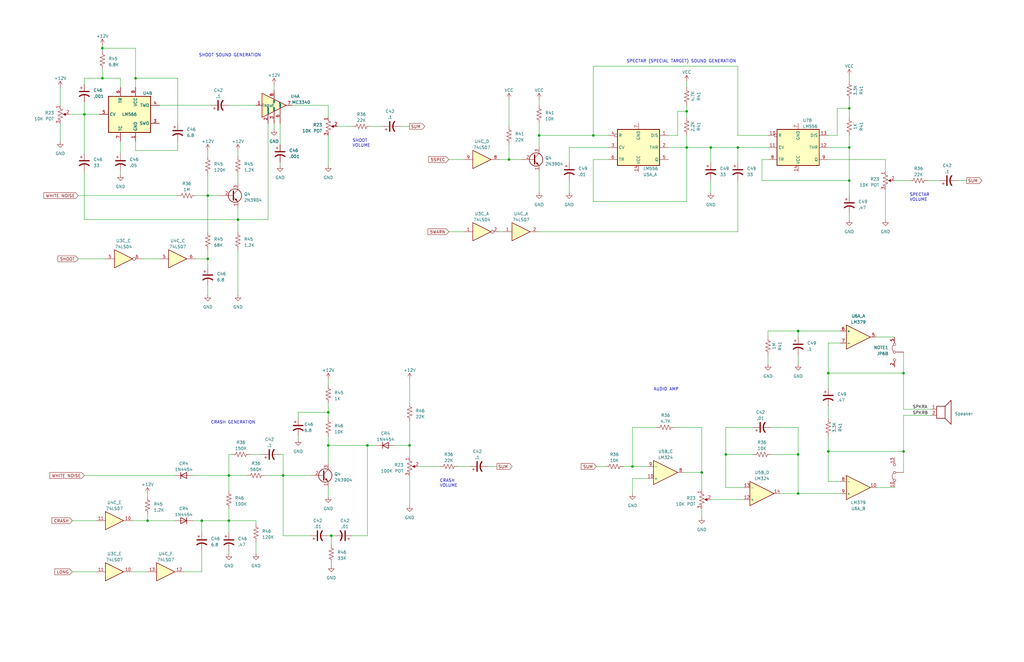
<source format=kicad_sch>
(kicad_sch (version 20230121) (generator eeschema)
  (paper "B")
  (title_block (title "Exidy Universal Game Board II") (company "Anton Gale") (comment 1 "AUDIO PCB") (comment 4 "SOUND EFFECT GENERATION"))
  (junction (at 57.15 33.02))
  (junction (at 349.25 190.5))
  (junction (at 289.56 62.23))
  (junction (at 266.7 196.85))
  (junction (at 349.25 157.48))
  (junction (at 43.18 20.32))
  (junction (at 250.19 57.15))
  (junction (at 336.55 191.77))
  (junction (at 35.56 48.26))
  (junction (at 62.23 219.71))
  (junction (at 311.15 62.23))
  (junction (at 336.55 139.7))
  (junction (at 299.72 62.23))
  (junction (at 119.38 200.66))
  (junction (at 96.52 219.71))
  (junction (at 43.18 33.02))
  (junction (at 227.33 57.15))
  (junction (at 381 157.48))
  (junction (at 96.52 200.66))
  (junction (at 87.63 109.22))
  (junction (at 100.33 92.71))
  (junction (at 214.63 67.31))
  (junction (at 138.43 187.96))
  (junction (at 85.09 219.71))
  (junction (at 358.14 45.72))
  (junction (at 138.43 173.99))
  (junction (at 336.55 208.28))
  (junction (at 172.72 187.96))
  (junction (at 295.91 199.39))
  (junction (at 87.63 82.55))
  (junction (at 358.14 76.2))
  (junction (at 306.07 191.77))
  (junction (at 358.14 62.23))
  (junction (at 154.94 187.96))
  (junction (at 289.56 46.99))
  (junction (at 381 190.5))
  (junction (at 139.7 226.06))
  (wire (pts (xy 25.4 36.83) (xy 25.4 44.45)))
  (wire (pts (xy 96.52 200.66) (xy 104.14 200.66)))
  (wire (pts (xy 96.52 232.41) (xy 96.52 233.68)))
  (wire (pts (xy 57.15 20.32) (xy 43.18 20.32)))
  (wire (pts (xy 358.14 34.29) (xy 358.14 31.75)))
  (wire (pts (xy 74.93 59.69) (xy 74.93 63.5)))
  (wire (pts (xy 35.56 33.02) (xy 35.56 35.56)))
  (wire (pts (xy 189.23 97.79) (xy 195.58 97.79)))
  (wire (pts (xy 59.69 109.22) (xy 67.31 109.22)))
  (wire (pts (xy 369.57 205.74) (xy 377.19 205.74)))
  (wire (pts (xy 288.29 199.39) (xy 295.91 199.39)))
  (wire (pts (xy 284.48 180.34) (xy 295.91 180.34)))
  (wire (pts (xy 107.95 220.98) (xy 107.95 219.71)))
  (wire (pts (xy 43.18 29.21) (xy 43.18 33.02)))
  (wire (pts (xy 82.55 82.55) (xy 87.63 82.55)))
  (wire (pts (xy 323.85 57.15) (xy 311.15 57.15)))
  (wire (pts (xy 30.48 219.71) (xy 40.64 219.71)))
  (wire (pts (xy 87.63 105.41) (xy 87.63 109.22)))
  (wire (pts (xy 57.15 33.02) (xy 57.15 20.32)))
  (wire (pts (xy 250.19 57.15) (xy 256.54 57.15)))
  (wire (pts (xy 227.33 57.15) (xy 227.33 62.23)))
  (wire (pts (xy 82.55 109.22) (xy 87.63 109.22)))
  (wire (pts (xy 138.43 184.15) (xy 138.43 187.96)))
  (wire (pts (xy 381 190.5) (xy 349.25 190.5)))
  (wire (pts (xy 30.48 241.3) (xy 40.64 241.3)))
  (wire (pts (xy 100.33 73.66) (xy 100.33 77.47)))
  (wire (pts (xy 43.18 20.32) (xy 43.18 21.59)))
  (wire (pts (xy 276.86 180.34) (xy 266.7 180.34)))
  (wire (pts (xy 325.12 191.77) (xy 336.55 191.77)))
  (wire (pts (xy 100.33 92.71) (xy 113.03 92.71)))
  (wire (pts (xy 138.43 44.45) (xy 138.43 49.53)))
  (wire (pts (xy 57.15 59.69) (xy 57.15 63.5)))
  (wire (pts (xy 381 148.59) (xy 381 157.48)))
  (wire (pts (xy 349.25 190.5) (xy 349.25 203.2)))
  (wire (pts (xy 210.82 67.31) (xy 214.63 67.31)))
  (wire (pts (xy 349.25 67.31) (xy 373.38 67.31)))
  (wire (pts (xy 214.63 60.96) (xy 214.63 67.31)))
  (wire (pts (xy 240.03 76.2) (xy 240.03 81.28)))
  (wire (pts (xy 349.25 144.78) (xy 349.25 157.48)))
  (wire (pts (xy 67.31 44.45) (xy 88.9 44.45)))
  (wire (pts (xy 353.06 57.15) (xy 353.06 45.72)))
  (wire (pts (xy 381 190.5) (xy 381 199.39)))
  (wire (pts (xy 74.93 33.02) (xy 57.15 33.02)))
  (wire (pts (xy 29.21 48.26) (xy 35.56 48.26)))
  (wire (pts (xy 227.33 41.91) (xy 227.33 44.45)))
  (wire (pts (xy 240.03 62.23) (xy 256.54 62.23)))
  (wire (pts (xy 358.14 41.91) (xy 358.14 45.72)))
  (wire (pts (xy 306.07 205.74) (xy 313.69 205.74)))
  (wire (pts (xy 74.93 52.07) (xy 74.93 33.02)))
  (wire (pts (xy 299.72 62.23) (xy 299.72 68.58)))
  (wire (pts (xy 57.15 63.5) (xy 74.93 63.5)))
  (wire (pts (xy 50.8 36.83) (xy 50.8 33.02)))
  (wire (pts (xy 311.15 62.23) (xy 311.15 68.58)))
  (wire (pts (xy 306.07 180.34) (xy 306.07 191.77)))
  (wire (pts (xy 266.7 201.93) (xy 266.7 208.28)))
  (wire (pts (xy 214.63 41.91) (xy 214.63 53.34)))
  (wire (pts (xy 251.46 196.85) (xy 255.27 196.85)))
  (wire (pts (xy 289.56 36.83) (xy 289.56 34.29)))
  (wire (pts (xy 358.14 90.17) (xy 358.14 92.71)))
  (wire (pts (xy 154.94 187.96) (xy 154.94 226.06)))
  (wire (pts (xy 256.54 67.31) (xy 250.19 67.31)))
  (wire (pts (xy 96.52 191.77) (xy 96.52 200.66)))
  (wire (pts (xy 349.25 57.15) (xy 353.06 57.15)))
  (wire (pts (xy 35.56 200.66) (xy 73.66 200.66)))
  (wire (pts (xy 87.63 120.65) (xy 87.63 124.46)))
  (wire (pts (xy 266.7 196.85) (xy 266.7 180.34)))
  (wire (pts (xy 311.15 62.23) (xy 323.85 62.23)))
  (wire (pts (xy 138.43 173.99) (xy 138.43 176.53)))
  (wire (pts (xy 142.24 53.34) (xy 148.59 53.34)))
  (wire (pts (xy 87.63 63.5) (xy 87.63 66.04)))
  (wire (pts (xy 166.37 187.96) (xy 172.72 187.96)))
  (wire (pts (xy 123.19 44.45) (xy 138.43 44.45)))
  (wire (pts (xy 107.95 228.6) (xy 107.95 233.68)))
  (wire (pts (xy 113.03 52.07) (xy 113.03 92.71)))
  (wire (pts (xy 323.85 139.7) (xy 323.85 142.24)))
  (wire (pts (xy 306.07 191.77) (xy 306.07 205.74)))
  (wire (pts (xy 111.76 200.66) (xy 119.38 200.66)))
  (wire (pts (xy 81.28 200.66) (xy 96.52 200.66)))
  (wire (pts (xy 172.72 200.66) (xy 172.72 213.36)))
  (wire (pts (xy 299.72 210.82) (xy 313.69 210.82)))
  (wire (pts (xy 381 172.72) (xy 381 157.48)))
  (wire (pts (xy 328.93 208.28) (xy 336.55 208.28)))
  (wire (pts (xy 266.7 201.93) (xy 273.05 201.93)))
  (wire (pts (xy 156.21 53.34) (xy 161.29 53.34)))
  (wire (pts (xy 281.94 57.15) (xy 285.75 57.15)))
  (wire (pts (xy 323.85 149.86) (xy 323.85 153.67)))
  (wire (pts (xy 100.33 105.41) (xy 100.33 124.46)))
  (wire (pts (xy 100.33 92.71) (xy 100.33 97.79)))
  (wire (pts (xy 100.33 63.5) (xy 100.33 66.04)))
  (wire (pts (xy 96.52 44.45) (xy 107.95 44.45)))
  (wire (pts (xy 115.57 35.56) (xy 115.57 38.1)))
  (wire (pts (xy 96.52 200.66) (xy 96.52 207.01)))
  (wire (pts (xy 115.57 52.07) (xy 115.57 54.61)))
  (wire (pts (xy 317.5 180.34) (xy 306.07 180.34)))
  (wire (pts (xy 311.15 57.15) (xy 311.15 27.94)))
  (wire (pts (xy 139.7 226.06) (xy 139.7 229.87)))
  (wire (pts (xy 381 172.72) (xy 392.43 172.72)))
  (wire (pts (xy 62.23 217.17) (xy 62.23 219.71)))
  (wire (pts (xy 210.82 97.79) (xy 212.09 97.79)))
  (wire (pts (xy 349.25 184.15) (xy 349.25 190.5)))
  (wire (pts (xy 85.09 232.41) (xy 85.09 241.3)))
  (wire (pts (xy 381 175.26) (xy 392.43 175.26)))
  (wire (pts (xy 33.02 82.55) (xy 74.93 82.55)))
  (wire (pts (xy 240.03 62.23) (xy 240.03 68.58)))
  (wire (pts (xy 358.14 45.72) (xy 358.14 49.53)))
  (wire (pts (xy 139.7 237.49) (xy 139.7 238.76)))
  (wire (pts (xy 50.8 72.39) (xy 50.8 73.66)))
  (wire (pts (xy 35.56 48.26) (xy 41.91 48.26)))
  (wire (pts (xy 25.4 52.07) (xy 25.4 59.69)))
  (wire (pts (xy 118.11 52.07) (xy 118.11 60.96)))
  (wire (pts (xy 77.47 241.3) (xy 85.09 241.3)))
  (wire (pts (xy 125.73 173.99) (xy 125.73 176.53)))
  (wire (pts (xy 81.28 219.71) (xy 85.09 219.71)))
  (wire (pts (xy 35.56 43.18) (xy 35.56 48.26)))
  (wire (pts (xy 125.73 173.99) (xy 138.43 173.99)))
  (wire (pts (xy 138.43 187.96) (xy 138.43 195.58)))
  (wire (pts (xy 87.63 109.22) (xy 87.63 113.03)))
  (wire (pts (xy 358.14 62.23) (xy 358.14 76.2)))
  (wire (pts (xy 193.04 196.85) (xy 198.12 196.85)))
  (wire (pts (xy 119.38 191.77) (xy 118.11 191.77)))
  (wire (pts (xy 295.91 207.01) (xy 295.91 199.39)))
  (wire (pts (xy 311.15 27.94) (xy 250.19 27.94)))
  (wire (pts (xy 138.43 160.02) (xy 138.43 162.56)))
  (wire (pts (xy 289.56 57.15) (xy 289.56 62.23)))
  (wire (pts (xy 140.97 226.06) (xy 139.7 226.06)))
  (wire (pts (xy 373.38 67.31) (xy 373.38 72.39)))
  (wire (pts (xy 119.38 200.66) (xy 119.38 226.06)))
  (wire (pts (xy 96.52 191.77) (xy 97.79 191.77)))
  (wire (pts (xy 336.55 180.34) (xy 336.55 191.77)))
  (wire (pts (xy 369.57 142.24) (xy 377.19 142.24)))
  (wire (pts (xy 138.43 205.74) (xy 138.43 209.55)))
  (wire (pts (xy 349.25 62.23) (xy 358.14 62.23)))
  (wire (pts (xy 250.19 67.31) (xy 250.19 85.09)))
  (wire (pts (xy 262.89 196.85) (xy 266.7 196.85)))
  (wire (pts (xy 321.31 76.2) (xy 358.14 76.2)))
  (wire (pts (xy 349.25 203.2) (xy 354.33 203.2)))
  (wire (pts (xy 43.18 19.05) (xy 43.18 20.32)))
  (wire (pts (xy 317.5 191.77) (xy 306.07 191.77)))
  (wire (pts (xy 336.55 208.28) (xy 354.33 208.28)))
  (wire (pts (xy 403.86 76.2) (xy 407.67 76.2)))
  (wire (pts (xy 33.02 109.22) (xy 44.45 109.22)))
  (wire (pts (xy 87.63 82.55) (xy 87.63 97.79)))
  (wire (pts (xy 50.8 33.02) (xy 43.18 33.02)))
  (wire (pts (xy 358.14 57.15) (xy 358.14 62.23)))
  (wire (pts (xy 349.25 144.78) (xy 354.33 144.78)))
  (wire (pts (xy 289.56 44.45) (xy 289.56 46.99)))
  (wire (pts (xy 349.25 157.48) (xy 349.25 163.83)))
  (wire (pts (xy 349.25 157.48) (xy 381 157.48)))
  (wire (pts (xy 323.85 67.31) (xy 321.31 67.31)))
  (wire (pts (xy 87.63 82.55) (xy 92.71 82.55)))
  (wire (pts (xy 358.14 76.2) (xy 358.14 82.55)))
  (wire (pts (xy 138.43 170.18) (xy 138.43 173.99)))
  (wire (pts (xy 295.91 214.63) (xy 295.91 218.44)))
  (wire (pts (xy 62.23 208.28) (xy 62.23 209.55)))
  (wire (pts (xy 250.19 85.09) (xy 289.56 85.09)))
  (wire (pts (xy 189.23 67.31) (xy 195.58 67.31)))
  (wire (pts (xy 176.53 196.85) (xy 185.42 196.85)))
  (wire (pts (xy 168.91 53.34) (xy 172.72 53.34)))
  (wire (pts (xy 336.55 139.7) (xy 336.55 142.24)))
  (wire (pts (xy 55.88 241.3) (xy 62.23 241.3)))
  (wire (pts (xy 205.74 196.85) (xy 209.55 196.85)))
  (wire (pts (xy 295.91 180.34) (xy 295.91 199.39)))
  (wire (pts (xy 289.56 62.23) (xy 299.72 62.23)))
  (wire (pts (xy 62.23 219.71) (xy 73.66 219.71)))
  (wire (pts (xy 172.72 177.8) (xy 172.72 187.96)))
  (wire (pts (xy 119.38 191.77) (xy 119.38 200.66)))
  (wire (pts (xy 381 175.26) (xy 381 190.5)))
  (wire (pts (xy 289.56 62.23) (xy 289.56 85.09)))
  (wire (pts (xy 96.52 214.63) (xy 96.52 219.71)))
  (wire (pts (xy 125.73 184.15) (xy 125.73 185.42)))
  (wire (pts (xy 85.09 219.71) (xy 96.52 219.71)))
  (wire (pts (xy 281.94 62.23) (xy 289.56 62.23)))
  (wire (pts (xy 139.7 226.06) (xy 138.43 226.06)))
  (wire (pts (xy 107.95 219.71) (xy 96.52 219.71)))
  (wire (pts (xy 391.16 76.2) (xy 396.24 76.2)))
  (wire (pts (xy 299.72 62.23) (xy 311.15 62.23)))
  (wire (pts (xy 138.43 187.96) (xy 154.94 187.96)))
  (wire (pts (xy 50.8 59.69) (xy 50.8 64.77)))
  (wire (pts (xy 154.94 226.06) (xy 148.59 226.06)))
  (wire (pts (xy 227.33 57.15) (xy 250.19 57.15)))
  (wire (pts (xy 35.56 92.71) (xy 100.33 92.71)))
  (wire (pts (xy 118.11 68.58) (xy 118.11 69.85)))
  (wire (pts (xy 273.05 196.85) (xy 266.7 196.85)))
  (wire (pts (xy 119.38 226.06) (xy 130.81 226.06)))
  (wire (pts (xy 138.43 57.15) (xy 138.43 69.85)))
  (wire (pts (xy 85.09 219.71) (xy 85.09 224.79)))
  (wire (pts (xy 353.06 45.72) (xy 358.14 45.72)))
  (wire (pts (xy 285.75 57.15) (xy 285.75 46.99)))
  (wire (pts (xy 321.31 67.31) (xy 321.31 76.2)))
  (wire (pts (xy 311.15 97.79) (xy 311.15 76.2)))
  (wire (pts (xy 35.56 92.71) (xy 35.56 72.39)))
  (wire (pts (xy 373.38 80.01) (xy 373.38 92.71)))
  (wire (pts (xy 35.56 48.26) (xy 35.56 64.77)))
  (wire (pts (xy 119.38 200.66) (xy 130.81 200.66)))
  (wire (pts (xy 299.72 76.2) (xy 299.72 81.28)))
  (wire (pts (xy 100.33 87.63) (xy 100.33 92.71)))
  (wire (pts (xy 227.33 72.39) (xy 227.33 81.28)))
  (wire (pts (xy 105.41 191.77) (xy 110.49 191.77)))
  (wire (pts (xy 227.33 52.07) (xy 227.33 57.15)))
  (wire (pts (xy 336.55 139.7) (xy 354.33 139.7)))
  (wire (pts (xy 154.94 187.96) (xy 158.75 187.96)))
  (wire (pts (xy 96.52 219.71) (xy 96.52 224.79)))
  (wire (pts (xy 214.63 67.31) (xy 219.71 67.31)))
  (wire (pts (xy 323.85 139.7) (xy 336.55 139.7)))
  (wire (pts (xy 57.15 33.02) (xy 57.15 36.83)))
  (wire (pts (xy 285.75 46.99) (xy 289.56 46.99)))
  (wire (pts (xy 289.56 46.99) (xy 289.56 49.53)))
  (wire (pts (xy 349.25 171.45) (xy 349.25 176.53)))
  (wire (pts (xy 172.72 160.02) (xy 172.72 170.18)))
  (wire (pts (xy 336.55 191.77) (xy 336.55 208.28)))
  (wire (pts (xy 325.12 180.34) (xy 336.55 180.34)))
  (wire (pts (xy 227.33 97.79) (xy 311.15 97.79)))
  (wire (pts (xy 336.55 149.86) (xy 336.55 153.67)))
  (wire (pts (xy 250.19 27.94) (xy 250.19 57.15)))
  (wire (pts (xy 377.19 76.2) (xy 383.54 76.2)))
  (wire (pts (xy 87.63 73.66) (xy 87.63 82.55)))
  (wire (pts (xy 55.88 219.71) (xy 62.23 219.71)))
  (wire (pts (xy 43.18 33.02) (xy 35.56 33.02)))
  (wire (pts (xy 172.72 187.96) (xy 172.72 193.04)))
  (text "SHOOT SOUND GENERATION" (at 83.82 24.13 0) (effects (font (size 1.27 1.27)) (justify left bottom)))
  (text "SPECTAR (SPECIAL TARGET) SOUND GENERATION" (at 264.16 26.67 0) (effects (font (size 1.27 1.27)) (justify left bottom)))
  (text "CRASH\nVOLUME" (at 185.42 205.74 0) (effects (font (size 1.27 1.27)) (justify left bottom)))
  (text "SHOOT\nVOLUME" (at 148.59 62.23 0) (effects (font (size 1.27 1.27)) (justify left bottom)))
  (text "CRASH GENERATION" (at 88.9 179.07 0) (effects (font (size 1.27 1.27)) (justify left bottom)))
  (text "SPECTAR\nVOLUME" (at 383.54 85.09 0) (effects (font (size 1.27 1.27)) (justify left bottom)))
  (text "AUDIO AMP" (at 275.59 165.1 0) (effects (font (size 1.27 1.27)) (justify left bottom)))
  (label "SPKRA" (at 384.81 172.72 0))
  (label "SPKRB" (at 384.81 175.26 0))
  (global_label "CRASH" (shape input) (at 30.48 219.71 180) (property "Intersheetrefs" "${INTERSHEET_REFS}" (effects hide)))
  (global_label "5SPEC" (shape input) (at 189.23 67.31 180) (property "Intersheetrefs" "${INTERSHEET_REFS}" (effects hide)))
  (global_label "SUM" (shape output) (at 209.55 196.85 0) (property "Intersheetrefs" "${INTERSHEET_REFS}" (effects hide)))
  (global_label "5WARN" (shape input) (at 189.23 97.79 180) (property "Intersheetrefs" "${INTERSHEET_REFS}" (effects hide)))
  (global_label "SUM" (shape output) (at 172.72 53.34 0) (property "Intersheetrefs" "${INTERSHEET_REFS}" (effects hide)))
  (global_label "SUM" (shape input) (at 251.46 196.85 180) (property "Intersheetrefs" "${INTERSHEET_REFS}" (effects hide)))
  (global_label "WHITE NOISE" (shape input) (at 33.02 82.55 180) (property "Intersheetrefs" "${INTERSHEET_REFS}" (effects hide)))
  (global_label "SHOOT" (shape input) (at 33.02 109.22 180) (property "Intersheetrefs" "${INTERSHEET_REFS}" (effects hide)))
  (global_label "SUM" (shape output) (at 407.67 76.2 0) (property "Intersheetrefs" "${INTERSHEET_REFS}" (effects hide)))
  (global_label "LONG" (shape input) (at 30.48 241.3 180) (property "Intersheetrefs" "${INTERSHEET_REFS}" (effects hide)))
  (global_label "WHITE NOISE" (shape input) (at 35.56 200.66 180) (property "Intersheetrefs" "${INTERSHEET_REFS}" (effects hide)))
  (symbol (lib_id "power:GND") (at 25.4 59.69 0) (unit 1)
    (property "Reference" "#PWR032" (effects hide))
    (property "Value" "GND" (at 25.4 64.77 0))
    (instances (project "exidy2" (path "" (reference "#PWR032") (unit 1)) (path "" (reference "#PWR089") (unit 1)) (path "" (reference "#PWR0130") (unit 1))))
  )
  (symbol (lib_id "Amplifier_Operational:LM324") (at 280.67 199.39 0) (mirror x) (unit 3)
    (property "Reference" "U5B_" (at 280.67 190.5 0))
    (property "Value" "LM324" (at 280.67 193.04 0))
    (property "Datasheet" "http://www.ti.com/lit/ds/symlink/lm2902-n.pdf" (effects hide))
  )
  (symbol (lib_id "power:+12V") (at 115.57 35.56 0) (unit 1)
    (property "Reference" "#PWR094" (effects hide))
    (property "Value" "+12V" (at 115.57 31.75 0))
    (instances (project "exidy2" (path "" (reference "#PWR094") (unit 1)) (path "" (reference "#PWR0121") (unit 1))))
  )
  (symbol (lib_id "Device:C_Polarized_US") (at 35.56 68.58 0) (unit 1)
    (property "Reference" "C46" (at 39.37 67.31 0) (effects (justify left)))
    (property "Value" "33" (at 39.37 69.85 0) (effects (justify left)))
    (instances (project "exidy2" (path "" (reference "C46") (unit 1)) (path "" (reference "C29") (unit 1))))
  )
  (symbol (lib_id "Device:R_US") (at 100.33 69.85 180) (unit 1)
    (property "Reference" "R45" (at 102.87 69.215 0) (effects (justify right)))
    (property "Value" "1.2K" (at 102.87 71.755 0) (effects (justify right)))
    (instances (project "exidy2" (path "" (reference "R45") (unit 1)) (path "" (reference "R5") (unit 1))))
  )
  (symbol (lib_id "Device:R_US") (at 214.63 57.15 180) (unit 1)
    (property "Reference" "R41" (at 217.17 56.515 0) (effects (justify right)))
    (property "Value" "22K" (at 217.17 59.055 0) (effects (justify right)))
    (instances (project "exidy2" (path "" (reference "R41") (unit 1)) (path "" (reference "R20") (unit 1))))
  )
  (symbol (lib_id "Device:C_Polarized_US") (at 201.93 196.85 90) (unit 1)
    (property "Reference" "C42" (at 201.295 190.5 90))
    (property "Value" ".1" (at 201.295 193.04 90))
    (instances (project "exidy2" (path "" (reference "C42") (unit 1)) (path "" (reference "C31") (unit 1))))
  )
  (symbol (lib_id "Device:R_US") (at 280.67 180.34 90) (unit 1)
    (property "Reference" "R36" (at 280.67 175.26 90))
    (property "Value" "4.7K" (at 280.67 177.8 90))
    (instances (project "exidy2" (path "" (reference "R36") (unit 1)) (path "" (reference "R21") (unit 1))))
  )
  (symbol (lib_id "power:GND") (at 138.43 69.85 0) (unit 1)
    (property "Reference" "#PWR032" (effects hide))
    (property "Value" "GND" (at 138.43 74.93 0))
    (instances (project "exidy2" (path "" (reference "#PWR032") (unit 1)) (path "" (reference "#PWR089") (unit 1)) (path "" (reference "#PWR0120") (unit 1))))
  )
  (symbol (lib_id "Device:R_Potentiometer_US") (at 172.72 196.85 0) (unit 1)
    (property "Reference" "R23" (at 170.18 196.215 0) (effects (justify right)))
    (property "Value" "100K POT" (at 170.18 198.755 0) (effects (justify right)))
    (instances (project "exidy2" (path "" (reference "R23") (unit 1)) (path "" (reference "R35") (unit 1))))
  )
  (symbol (lib_id "power:GND") (at 299.72 81.28 0) (unit 1)
    (property "Reference" "#PWR032" (effects hide))
    (property "Value" "GND" (at 299.72 86.36 0))
    (instances (project "exidy2" (path "" (reference "#PWR032") (unit 1)) (path "" (reference "#PWR092") (unit 1)) (path "" (reference "#PWR0102") (unit 1))))
  )
  (symbol (lib_id "power:GND") (at 373.38 92.71 0) (unit 1)
    (property "Reference" "#PWR032" (effects hide))
    (property "Value" "GND" (at 373.38 97.79 0))
    (instances (project "exidy2" (path "" (reference "#PWR032") (unit 1)) (path "" (reference "#PWR089") (unit 1)) (path "" (reference "#PWR0106") (unit 1))))
  )
  (symbol (lib_id "Device:C_Polarized_US") (at 118.11 64.77 0) (unit 1)
    (property "Reference" "C46" (at 121.92 63.5 0) (effects (justify left)))
    (property "Value" ".001" (at 121.92 66.04 0) (effects (justify left)))
    (instances (project "exidy2" (path "" (reference "C46") (unit 1)) (path "" (reference "C11") (unit 1))))
  )
  (symbol (lib_id "Device:R_US") (at 62.23 213.36 180) (unit 1)
    (property "Reference" "R45" (at 64.77 212.725 0) (effects (justify right)))
    (property "Value" "1.2K" (at 64.77 215.265 0) (effects (justify right)))
    (instances (project "exidy2" (path "" (reference "R45") (unit 1)) (path "" (reference "R25") (unit 1))))
  )
  (symbol (lib_id "Device:C_Polarized_US") (at 358.14 86.36 0) (unit 1)
    (property "Reference" "C49" (at 361.95 85.09 0) (effects (justify left)))
    (property "Value" ".47" (at 361.95 87.63 0) (effects (justify left)))
    (instances (project "exidy2" (path "" (reference "C49") (unit 1)) (path "" (reference "C15") (unit 1))))
  )
  (symbol (lib_id "Device:R_US") (at 43.18 25.4 180) (unit 1)
    (property "Reference" "R45" (at 45.72 24.765 0) (effects (justify right)))
    (property "Value" "6.8K" (at 45.72 27.305 0) (effects (justify right)))
    (instances (project "exidy2" (path "" (reference "R45") (unit 1)) (path "" (reference "R11") (unit 1))))
  )
  (symbol (lib_id "Diode:1N4448") (at 162.56 187.96 0) (unit 1)
    (property "Reference" "CR4" (at 162.56 182.88 0))
    (property "Value" "1N4454" (at 162.56 185.42 0))
    (property "Footprint" "Diode_THT:D_DO-35_SOD27_P7.62mm_Horizontal" (effects hide))
    (property "Datasheet" "https://assets.nexperia.com/documents/data-sheet/1N4148_1N4448.pdf" (effects hide))
    (property "Sim.Device" "D" (effects hide))
    (property "Sim.Pins" "1=K 2=A" (effects hide))
    (instances (project "exidy2" (path "" (reference "CR4") (unit 1)) (path "" (reference "CR3") (unit 1))))
  )
  (symbol (lib_id "power:GND") (at 139.7 238.76 0) (unit 1)
    (property "Reference" "#PWR032" (effects hide))
    (property "Value" "GND" (at 139.7 243.84 0))
    (instances (project "exidy2" (path "" (reference "#PWR032") (unit 1)) (path "" (reference "#PWR095") (unit 1)) (path "" (reference "#PWR0114") (unit 1))))
  )
  (symbol (lib_id "Device:R_US") (at 87.63 101.6 180) (unit 1)
    (property "Reference" "R45" (at 90.17 100.965 0) (effects (justify right)))
    (property "Value" "68K" (at 90.17 103.505 0) (effects (justify right)))
    (instances (project "exidy2" (path "" (reference "R45") (unit 1)) (path "" (reference "R3") (unit 1))))
  )
  (symbol (lib_id "power:GND") (at 240.03 81.28 0) (unit 1)
    (property "Reference" "#PWR032" (effects hide))
    (property "Value" "GND" (at 240.03 86.36 0))
    (instances (project "exidy2" (path "" (reference "#PWR032") (unit 1)) (path "" (reference "#PWR092") (unit 1)) (path "" (reference "#PWR0100") (unit 1))))
  )
  (symbol (lib_id "Device:R_US") (at 349.25 180.34 180) (unit 1)
    (property "Reference" "R41" (at 354.33 180.34 90))
    (property "Value" "3.3K" (at 351.79 180.34 90))
    (instances (project "exidy2" (path "" (reference "R41") (unit 1)) (path "" (reference "R18") (unit 1))))
  )
  (symbol (lib_id "power:VCC") (at 227.33 41.91 0) (unit 1)
    (property "Reference" "#PWR05" (effects hide))
    (property "Value" "VCC" (at 227.33 38.1 0))
    (instances (project "exidy2" (path "" (reference "#PWR05") (unit 1)) (path "" (reference "#PWR072") (unit 1)) (path "" (reference "#PWR099") (unit 1))))
  )
  (symbol (lib_id "74xx:74LS07") (at 203.2 67.31 0) (unit 4)
    (property "Reference" "U4C_" (at 203.2 59.69 0))
    (property "Value" "74LS07" (at 203.2 62.23 0))
    (property "Datasheet" "www.ti.com/lit/ds/symlink/sn74ls07.pdf" (effects hide))
  )
  (symbol (lib_id "Device:C_Polarized_US") (at 336.55 146.05 0) (unit 1)
    (property "Reference" "C49" (at 340.36 144.78 0) (effects (justify left)))
    (property "Value" ".1" (at 340.36 147.32 0) (effects (justify left)))
    (instances (project "exidy2" (path "" (reference "C49") (unit 1)) (path "" (reference "C9") (unit 1))))
  )
  (symbol (lib_id "Device:R_US") (at 172.72 173.99 180) (unit 1)
    (property "Reference" "R46" (at 175.26 173.355 0) (effects (justify right)))
    (property "Value" "22K" (at 175.26 175.895 0) (effects (justify right)))
    (instances (project "exidy2" (path "" (reference "R46") (unit 1)) (path "" (reference "R32") (unit 1))))
  )
  (symbol (lib_id "power:GND") (at 266.7 208.28 0) (unit 1)
    (property "Reference" "#PWR032" (effects hide))
    (property "Value" "GND" (at 266.7 213.36 0))
    (instances (project "exidy2" (path "" (reference "#PWR032") (unit 1)) (path "" (reference "#PWR092") (unit 1)) (path "" (reference "#PWR0112") (unit 1))))
  )
  (symbol (lib_id "Device:R_US") (at 323.85 146.05 180) (unit 1)
    (property "Reference" "R41" (at 328.93 146.05 90))
    (property "Value" "1M" (at 326.39 146.05 90))
    (instances (project "exidy2" (path "" (reference "R41") (unit 1)) (path "" (reference "R9") (unit 1))))
  )
  (symbol (lib_id "power:GND") (at 96.52 233.68 0) (unit 1)
    (property "Reference" "#PWR032" (effects hide))
    (property "Value" "GND" (at 96.52 238.76 0))
    (instances (project "exidy2" (path "" (reference "#PWR032") (unit 1)) (path "" (reference "#PWR095") (unit 1)) (path "" (reference "#PWR0118") (unit 1))))
  )
  (symbol (lib_id "power:+12V") (at 100.33 63.5 0) (unit 1)
    (property "Reference" "#PWR094" (effects hide))
    (property "Value" "+12V" (at 100.33 59.69 0))
    (instances (project "exidy2" (path "" (reference "#PWR094") (unit 1)) (path "" (reference "#PWR0124") (unit 1))))
  )
  (symbol (lib_id "power:GND") (at 50.8 73.66 0) (unit 1)
    (property "Reference" "#PWR032" (effects hide))
    (property "Value" "GND" (at 50.8 78.74 0))
    (instances (project "exidy2" (path "" (reference "#PWR032") (unit 1)) (path "" (reference "#PWR095") (unit 1)) (path "" (reference "#PWR0129") (unit 1))))
  )
  (symbol (lib_id "power:GND") (at 358.14 92.71 0) (unit 1)
    (property "Reference" "#PWR032" (effects hide))
    (property "Value" "GND" (at 358.14 97.79 0))
    (instances (project "exidy2" (path "" (reference "#PWR032") (unit 1)) (path "" (reference "#PWR092") (unit 1)) (path "" (reference "#PWR0105") (unit 1))))
  )
  (symbol (lib_id "Device:R_US") (at 107.95 200.66 90) (unit 1)
    (property "Reference" "R36" (at 107.95 195.58 90))
    (property "Value" "560K" (at 107.95 198.12 90))
    (instances (project "exidy2" (path "" (reference "R36") (unit 1)) (path "" (reference "R27") (unit 1))))
  )
  (symbol (lib_id "Device:R_US") (at 138.43 166.37 180) (unit 1)
    (property "Reference" "R45" (at 140.97 165.735 0) (effects (justify right)))
    (property "Value" "1K" (at 140.97 168.275 0) (effects (justify right)))
    (instances (project "exidy2" (path "" (reference "R45") (unit 1)) (path "" (reference "R33") (unit 1))))
  )
  (symbol (lib_id "74xx:74LS07") (at 69.85 241.3 0) (unit 6)
    (property "Reference" "U4C_" (at 69.85 233.68 0))
    (property "Value" "74LS07" (at 69.85 236.22 0))
    (property "Datasheet" "www.ti.com/lit/ds/symlink/sn74ls07.pdf" (effects hide))
  )
  (symbol (lib_name "LM379_1") (lib_id "arcade:LM379") (at 361.95 205.74 0) (mirror x) (unit 2)
    (property "Reference" "U6A_" (at 361.95 214.63 0))
    (property "Value" "LM379" (at 361.95 212.09 0))
    (property "Datasheet" "https://datasheetspdf.com/pdf-file/535676/National/LM379/1" (effects hide))
  )
  (symbol (lib_id "power:GND") (at 118.11 69.85 0) (unit 1)
    (property "Reference" "#PWR032" (effects hide))
    (property "Value" "GND" (at 118.11 74.93 0))
    (instances (project "exidy2" (path "" (reference "#PWR032") (unit 1)) (path "" (reference "#PWR095") (unit 1)) (path "" (reference "#PWR0123") (unit 1))))
  )
  (symbol (lib_id "power:+12V") (at 62.23 208.28 0) (unit 1)
    (property "Reference" "#PWR094" (effects hide))
    (property "Value" "+12V" (at 62.23 204.47 0))
    (instances (project "exidy2" (path "" (reference "#PWR094") (unit 1)) (path "" (reference "#PWR0119") (unit 1))))
  )
  (symbol (lib_id "arcade:LM379") (at 361.95 142.24 0) (unit 1)
    (property "Reference" "U6A_" (at 361.95 133.35 0))
    (property "Value" "LM379" (at 361.95 135.89 0))
    (property "Datasheet" "https://datasheetspdf.com/pdf-file/535676/National/LM379/1" (effects hide))
  )
  (symbol (lib_id "power:GND") (at 295.91 218.44 0) (unit 1)
    (property "Reference" "#PWR032" (effects hide))
    (property "Value" "GND" (at 295.91 223.52 0))
    (instances (project "exidy2" (path "" (reference "#PWR032") (unit 1)) (path "" (reference "#PWR092") (unit 1)) (path "" (reference "#PWR0111") (unit 1))))
  )
  (symbol (lib_id "Device:C_Polarized_US") (at 400.05 76.2 90) (unit 1)
    (property "Reference" "C42" (at 399.415 69.85 90))
    (property "Value" ".1" (at 399.415 72.39 90))
    (instances (project "exidy2" (path "" (reference "C42") (unit 1)) (path "" (reference "C32") (unit 1))))
  )
  (symbol (lib_id "Device:R_US") (at 152.4 53.34 90) (unit 1)
    (property "Reference" "R36" (at 152.4 48.26 90))
    (property "Value" "22K" (at 152.4 50.8 90))
    (instances (project "exidy2" (path "" (reference "R36") (unit 1)) (path "" (reference "R19") (unit 1))))
  )
  (symbol (lib_id "74xx:74LS07") (at 48.26 219.71 0) (unit 5)
    (property "Reference" "U4C_" (at 48.26 212.09 0))
    (property "Value" "74LS07" (at 48.26 214.63 0))
    (property "Datasheet" "www.ti.com/lit/ds/symlink/sn74ls07.pdf" (effects hide))
  )
  (symbol (lib_id "power:GND") (at 100.33 124.46 0) (unit 1)
    (property "Reference" "#PWR032" (effects hide))
    (property "Value" "GND" (at 100.33 129.54 0))
    (instances (project "exidy2" (path "" (reference "#PWR032") (unit 1)) (path "" (reference "#PWR095") (unit 1)) (path "" (reference "#PWR0125") (unit 1))))
  )
  (symbol (lib_id "Device:R_US") (at 78.74 82.55 90) (unit 1)
    (property "Reference" "R36" (at 78.74 77.47 90))
    (property "Value" "1M" (at 78.74 80.01 90))
    (instances (project "exidy2" (path "" (reference "R36") (unit 1)) (path "" (reference "R50") (unit 1))))
  )
  (symbol (lib_id "Device:C_Polarized_US") (at 85.09 228.6 0) (unit 1)
    (property "Reference" "C46" (at 88.9 227.33 0) (effects (justify left)))
    (property "Value" "6.8" (at 88.9 229.87 0) (effects (justify left)))
    (instances (project "exidy2" (path "" (reference "C46") (unit 1)) (path "" (reference "C36") (unit 1))))
  )
  (symbol (lib_id "power:GND") (at 172.72 213.36 0) (unit 1)
    (property "Reference" "#PWR032" (effects hide))
    (property "Value" "GND" (at 172.72 218.44 0))
    (instances (project "exidy2" (path "" (reference "#PWR032") (unit 1)) (path "" (reference "#PWR089") (unit 1)) (path "" (reference "#PWR0115") (unit 1))))
  )
  (symbol (lib_id "power:GND") (at 115.57 54.61 0) (unit 1)
    (property "Reference" "#PWR032" (effects hide))
    (property "Value" "GND" (at 115.57 59.69 0))
    (instances (project "exidy2" (path "" (reference "#PWR032") (unit 1)) (path "" (reference "#PWR095") (unit 1)) (path "" (reference "#PWR0122") (unit 1))))
  )
  (symbol (lib_id "Device:C_Polarized_US") (at 74.93 55.88 0) (unit 1)
    (property "Reference" "C46" (at 78.74 54.61 0) (effects (justify left)))
    (property "Value" "6.8" (at 78.74 57.15 0) (effects (justify left)))
    (instances (project "exidy2" (path "" (reference "C46") (unit 1)) (path "" (reference "C50") (unit 1))))
  )
  (symbol (lib_id "Device:R_US") (at 289.56 53.34 180) (unit 1)
    (property "Reference" "R41" (at 294.64 53.34 90))
    (property "Value" "2.2K" (at 292.1 53.34 90))
    (instances (project "exidy2" (path "" (reference "R41") (unit 1)) (path "" (reference "R7") (unit 1))))
  )
  (symbol (lib_id "jt74:74LS04") (at 203.2 97.79 0) (unit 1)
    (property "Reference" "U3C_" (at 203.2 90.17 0))
    (property "Value" "74LS04" (at 203.2 92.71 0))
    (property "Datasheet" "http://www.ti.com/lit/gpn/sn74LS04" (effects hide))
  )
  (symbol (lib_id "Device:R_US") (at 96.52 210.82 180) (unit 1)
    (property "Reference" "R46" (at 99.06 210.185 0) (effects (justify right)))
    (property "Value" "100K" (at 99.06 212.725 0) (effects (justify right)))
    (instances (project "exidy2" (path "" (reference "R46") (unit 1)) (path "" (reference "R28") (unit 1))))
  )
  (symbol (lib_id "Transistor_BJT:2N3904") (at 224.79 67.31 0) (unit 1)
    (property "Reference" "Q4" (at 229.87 66.675 0) (effects (justify left)))
    (property "Value" "2N3904" (at 229.87 69.215 0) (effects (justify left)))
    (property "Footprint" "Package_TO_SOT_THT:TO-92_Inline" (effects hide))
    (property "Datasheet" "https://www.onsemi.com/pub/Collateral/2N3903-D.PDF" (effects hide))
    (instances (project "exidy2" (path "" (reference "Q4") (unit 1)) (path "" (reference "Q2") (unit 1))))
  )
  (symbol (lib_id "power:GND") (at 323.85 153.67 0) (unit 1)
    (property "Reference" "#PWR032" (effects hide))
    (property "Value" "GND" (at 323.85 158.75 0))
    (instances (project "exidy2" (path "" (reference "#PWR032") (unit 1)) (path "" (reference "#PWR092") (unit 1)) (path "" (reference "#PWR0109") (unit 1))))
  )
  (symbol (lib_id "power:VCC") (at 358.14 31.75 0) (unit 1)
    (property "Reference" "#PWR05" (effects hide))
    (property "Value" "VCC" (at 358.14 27.94 0))
    (instances (project "exidy2" (path "" (reference "#PWR05") (unit 1)) (path "" (reference "#PWR072") (unit 1)) (path "" (reference "#PWR0104") (unit 1))))
  )
  (symbol (lib_id "power:GND") (at 138.43 209.55 0) (unit 1)
    (property "Reference" "#PWR032" (effects hide))
    (property "Value" "GND" (at 138.43 214.63 0))
    (instances (project "exidy2" (path "" (reference "#PWR032") (unit 1)) (path "" (reference "#PWR092") (unit 1)) (path "" (reference "#PWR0113") (unit 1))))
  )
  (symbol (lib_id "Device:R_US") (at 227.33 48.26 180) (unit 1)
    (property "Reference" "R41" (at 229.87 47.625 0) (effects (justify right)))
    (property "Value" "10K" (at 229.87 50.165 0) (effects (justify right)))
    (instances (project "exidy2" (path "" (reference "R41") (unit 1)) (path "" (reference "R8") (unit 1))))
  )
  (symbol (lib_id "Device:C_Polarized_US") (at 165.1 53.34 90) (unit 1)
    (property "Reference" "C42" (at 164.465 46.99 90))
    (property "Value" ".1" (at 164.465 49.53 90))
    (instances (project "exidy2" (path "" (reference "C42") (unit 1)) (path "" (reference "C34") (unit 1))))
  )
  (symbol (lib_id "Device:R_US") (at 358.14 53.34 180) (unit 1)
    (property "Reference" "R41" (at 363.22 53.34 90))
    (property "Value" "1K" (at 360.68 53.34 90))
    (instances (project "exidy2" (path "" (reference "R41") (unit 1)) (path "" (reference "R13") (unit 1))))
  )
  (symbol (lib_id "Device:R_US") (at 387.35 76.2 90) (unit 1)
    (property "Reference" "R36" (at 387.35 71.12 90))
    (property "Value" "22K" (at 387.35 73.66 90))
    (instances (project "exidy2" (path "" (reference "R36") (unit 1)) (path "" (reference "R30") (unit 1))))
  )
  (symbol (lib_id "Device:C_Polarized_US") (at 134.62 226.06 90) (unit 1)
    (property "Reference" "C42" (at 133.985 219.71 90))
    (property "Value" ".01" (at 133.985 222.25 90))
    (instances (project "exidy2" (path "" (reference "C42") (unit 1)) (path "" (reference "C38") (unit 1))))
  )
  (symbol (lib_id "Device:R_US") (at 189.23 196.85 90) (unit 1)
    (property "Reference" "R36" (at 189.23 191.77 90))
    (property "Value" "22K" (at 189.23 194.31 90))
    (instances (project "exidy2" (path "" (reference "R36") (unit 1)) (path "" (reference "R31") (unit 1))))
  )
  (symbol (lib_id "arcade:MC3340") (at 115.57 44.45 0) (unit 1)
    (property "Reference" "U4A" (at 124.46 40.64 0))
    (property "Value" "MC3340" (at 127 43.18 0))
    (property "Datasheet" "https://www.futurlec.com/Motorola/MC3340P.shtml" (effects hide))
  )
  (symbol (lib_id "Device:C_Polarized_US") (at 125.73 180.34 0) (unit 1)
    (property "Reference" "C46" (at 128.27 179.07 0) (effects (justify left)))
    (property "Value" "6.8" (at 128.27 181.61 0) (effects (justify left)))
    (instances (project "exidy2" (path "" (reference "C46") (unit 1)) (path "" (reference "C40") (unit 1))))
  )
  (symbol (lib_name "LM556_1") (lib_id "Timer:LM556") (at 269.24 62.23 0) (mirror x) (unit 1)
    (property "Reference" "U5A_" (at 271.1959 73.66 0) (effects (justify left)))
    (property "Value" "LM556" (at 271.1959 71.12 0) (effects (justify left)))
    (property "Datasheet" "http://www.ti.com/lit/ds/symlink/lm556.pdf" (effects hide))
  )
  (symbol (lib_id "Device:R_Potentiometer_US") (at 373.38 76.2 0) (unit 1)
    (property "Reference" "R23" (at 370.84 75.565 0) (effects (justify right)))
    (property "Value" "10K POT" (at 370.84 78.105 0) (effects (justify right)))
    (instances (project "exidy2" (path "" (reference "R23") (unit 1)) (path "" (reference "R29") (unit 1))))
  )
  (symbol (lib_id "power:+12V") (at 43.18 19.05 0) (unit 1)
    (property "Reference" "#PWR094" (effects hide))
    (property "Value" "+12V" (at 43.18 15.24 0))
    (instances (project "exidy2" (path "" (reference "#PWR094") (unit 1)) (path "" (reference "#PWR0128") (unit 1))))
  )
  (symbol (lib_id "Device:C_Polarized_US") (at 92.71 44.45 90) (unit 1)
    (property "Reference" "C42" (at 92.075 38.1 90))
    (property "Value" ".1" (at 92.075 40.64 90))
    (instances (project "exidy2" (path "" (reference "C42") (unit 1)) (path "" (reference "C12") (unit 1))))
  )
  (symbol (lib_id "Device:C_Polarized_US") (at 35.56 39.37 0) (unit 1)
    (property "Reference" "C46" (at 39.37 38.1 0) (effects (justify left)))
    (property "Value" ".001" (at 39.37 40.64 0) (effects (justify left)))
    (instances (project "exidy2" (path "" (reference "C46") (unit 1)) (path "" (reference "C13") (unit 1))))
  )
  (symbol (lib_id "Device:R_US") (at 139.7 233.68 180) (unit 1)
    (property "Reference" "R46" (at 142.24 233.045 0) (effects (justify right)))
    (property "Value" "33K" (at 142.24 235.585 0) (effects (justify right)))
    (instances (project "exidy2" (path "" (reference "R46") (unit 1)) (path "" (reference "R39") (unit 1))))
  )
  (symbol (lib_id "power:GND") (at 125.73 185.42 0) (unit 1)
    (property "Reference" "#PWR032" (effects hide))
    (property "Value" "GND" (at 125.73 190.5 0))
    (instances (project "exidy2" (path "" (reference "#PWR032") (unit 1)) (path "" (reference "#PWR095") (unit 1)) (path "" (reference "#PWR0107") (unit 1))))
  )
  (symbol (lib_id "Diode:1N4448") (at 77.47 200.66 0) (unit 1)
    (property "Reference" "CR4" (at 77.47 195.58 0))
    (property "Value" "1N4454" (at 77.47 198.12 0))
    (property "Footprint" "Diode_THT:D_DO-35_SOD27_P7.62mm_Horizontal" (effects hide))
    (property "Datasheet" "https://assets.nexperia.com/documents/data-sheet/1N4148_1N4448.pdf" (effects hide))
    (property "Sim.Device" "D" (effects hide))
    (property "Sim.Pins" "1=K 2=A" (effects hide))
    (instances (project "exidy2" (path "" (reference "CR4") (unit 1)) (path "" (reference "CR2") (unit 1))))
  )
  (symbol (lib_id "Timer:LM556") (at 336.55 62.23 0) (mirror x) (unit 2)
    (property "Reference" "U?" (at 338.5059 50.8 0) (effects (justify left)))
    (property "Value" "LM556" (at 338.5059 53.34 0) (effects (justify left)))
    (property "Datasheet" "http://www.ti.com/lit/ds/symlink/lm556.pdf" (effects hide))
  )
  (symbol (lib_id "Device:R_Potentiometer_US") (at 25.4 48.26 0) (unit 1)
    (property "Reference" "R23" (at 22.86 47.625 0) (effects (justify right)))
    (property "Value" "10K POT" (at 22.86 50.165 0) (effects (justify right)))
    (instances (project "exidy2" (path "" (reference "R23") (unit 1)) (path "" (reference "R10") (unit 1))))
  )
  (symbol (lib_id "Device:C_Polarized_US") (at 96.52 228.6 0) (unit 1)
    (property "Reference" "C46" (at 100.33 227.33 0) (effects (justify left)))
    (property "Value" ".47" (at 100.33 229.87 0) (effects (justify left)))
    (instances (project "exidy2" (path "" (reference "C46") (unit 1)) (path "" (reference "C35") (unit 1))))
  )
  (symbol (lib_id "74xx:74LS07") (at 74.93 109.22 0) (unit 3)
    (property "Reference" "U4C_" (at 74.93 101.6 0))
    (property "Value" "74LS07" (at 74.93 104.14 0))
    (property "Datasheet" "www.ti.com/lit/ds/symlink/sn74ls07.pdf" (effects hide))
  )
  (symbol (lib_id "Device:R_US") (at 100.33 101.6 180) (unit 1)
    (property "Reference" "R45" (at 102.87 100.965 0) (effects (justify right)))
    (property "Value" "1.2K" (at 102.87 103.505 0) (effects (justify right)))
    (instances (project "exidy2" (path "" (reference "R45") (unit 1)) (path "" (reference "R2") (unit 1))))
  )
  (symbol (lib_id "Device:R_US") (at 107.95 224.79 180) (unit 1)
    (property "Reference" "R46" (at 110.49 224.155 0) (effects (justify right)))
    (property "Value" "120K" (at 110.49 226.695 0) (effects (justify right)))
    (instances (project "exidy2" (path "" (reference "R46") (unit 1)) (path "" (reference "R24") (unit 1))))
  )
  (symbol (lib_id "power:+12V") (at 25.4 36.83 0) (unit 1)
    (property "Reference" "#PWR094" (effects hide))
    (property "Value" "+12V" (at 25.4 33.02 0))
    (instances (project "exidy2" (path "" (reference "#PWR094") (unit 1)) (path "" (reference "#PWR0131") (unit 1))))
  )
  (symbol (lib_id "Device:R_US") (at 87.63 69.85 180) (unit 1)
    (property "Reference" "R45" (at 90.17 69.215 0) (effects (justify right)))
    (property "Value" "120K" (at 90.17 71.755 0) (effects (justify right)))
    (instances (project "exidy2" (path "" (reference "R45") (unit 1)) (path "" (reference "R4") (unit 1))))
  )
  (symbol (lib_id "power:VCC") (at 289.56 34.29 0) (unit 1)
    (property "Reference" "#PWR05" (effects hide))
    (property "Value" "VCC" (at 289.56 30.48 0))
    (instances (project "exidy2" (path "" (reference "#PWR05") (unit 1)) (path "" (reference "#PWR072") (unit 1)) (path "" (reference "#PWR0103") (unit 1))))
  )
  (symbol (lib_id "Device:C_Polarized_US") (at 114.3 191.77 90) (unit 1)
    (property "Reference" "C42" (at 113.665 185.42 90))
    (property "Value" ".1" (at 113.665 187.96 90))
    (instances (project "exidy2" (path "" (reference "C42") (unit 1)) (path "" (reference "C37") (unit 1))))
  )
  (symbol (lib_id "Device:Speaker") (at 397.51 172.72 0) (unit 1)
    (property "Reference" "SPKR" (effects hide))
    (property "Value" "Speaker" (at 402.59 174.625 0) (effects (justify left)))
  )
  (symbol (lib_id "Device:R_Potentiometer_US") (at 295.91 210.82 0) (unit 1)
    (property "Reference" "R23" (at 293.37 210.185 0) (effects (justify right)))
    (property "Value" "10K POT" (at 293.37 212.725 0) (effects (justify right)))
    (instances (project "exidy2" (path "" (reference "R23") (unit 1)) (path "" (reference "R?") (unit 1))))
  )
  (symbol (lib_id "jt74:74LS04") (at 52.07 109.22 0) (unit 3)
    (property "Reference" "U3C_" (at 52.07 101.6 0))
    (property "Value" "74LS04" (at 52.07 104.14 0))
    (property "Datasheet" "http://www.ti.com/lit/gpn/sn74LS04" (effects hide))
  )
  (symbol (lib_id "Device:R_US") (at 138.43 180.34 180) (unit 1)
    (property "Reference" "R46" (at 140.97 179.705 0) (effects (justify right)))
    (property "Value" "10K" (at 140.97 182.245 0) (effects (justify right)))
    (instances (project "exidy2" (path "" (reference "R46") (unit 1)) (path "" (reference "R34") (unit 1))))
  )
  (symbol (lib_id "power:+12V") (at 87.63 63.5 0) (unit 1)
    (property "Reference" "#PWR094" (effects hide))
    (property "Value" "+12V" (at 87.63 59.69 0))
    (instances (project "exidy2" (path "" (reference "#PWR094") (unit 1)) (path "" (reference "#PWR0126") (unit 1))))
  )
  (symbol (lib_id "power:+12V") (at 172.72 160.02 0) (unit 1)
    (property "Reference" "#PWR094" (effects hide))
    (property "Value" "+12V" (at 172.72 156.21 0))
    (instances (project "exidy2" (path "" (reference "#PWR094") (unit 1)) (path "" (reference "#PWR0116") (unit 1))))
  )
  (symbol (lib_id "Device:C_Polarized_US") (at 144.78 226.06 270) (mirror x) (unit 1)
    (property "Reference" "C42" (at 145.415 219.71 90))
    (property "Value" ".01" (at 145.415 222.25 90))
    (instances (project "exidy2" (path "" (reference "C42") (unit 1)) (path "" (reference "C39") (unit 1))))
  )
  (symbol (lib_id "power:GND") (at 336.55 153.67 0) (unit 1)
    (property "Reference" "#PWR032" (effects hide))
    (property "Value" "GND" (at 336.55 158.75 0))
    (instances (project "exidy2" (path "" (reference "#PWR032") (unit 1)) (path "" (reference "#PWR092") (unit 1)) (path "" (reference "#PWR0110") (unit 1))))
  )
  (symbol (lib_id "Device:R_US") (at 358.14 38.1 180) (unit 1)
    (property "Reference" "R41" (at 363.22 38.1 90))
    (property "Value" "3.3K" (at 360.68 38.1 90))
    (instances (project "exidy2" (path "" (reference "R41") (unit 1)) (path "" (reference "R14") (unit 1))))
  )
  (symbol (lib_id "74xx:74LS07") (at 48.26 241.3 0) (unit 5)
    (property "Reference" "U3C_" (at 48.26 233.68 0))
    (property "Value" "74LS07" (at 48.26 236.22 0))
    (property "Datasheet" "www.ti.com/lit/ds/symlink/sn74ls07.pdf" (effects hide))
  )
  (symbol (lib_id "power:+12V") (at 138.43 160.02 0) (unit 1)
    (property "Reference" "#PWR094" (effects hide))
    (property "Value" "+12V" (at 138.43 156.21 0))
    (instances (project "exidy2" (path "" (reference "#PWR094") (unit 1)) (path "" (reference "#PWR0108") (unit 1))))
  )
  (symbol (lib_id "arcade:LM566") (at 54.61 48.26 0) (unit 1)
    (property "Reference" "U4B" (at 62.23 39.37 0))
    (property "Value" "LM566" (at 54.61 48.26 0))
    (property "Footprint" "Package_DIP:DIP-8_W7.62mm" (effects hide))
    (property "Datasheet" "https://www.egr.msu.edu/eceshop/Parts_Inventory/datasheets/lm566.pdf" (effects hide))
  )
  (symbol (lib_id "power:GND") (at 107.95 233.68 0) (unit 1)
    (property "Reference" "#PWR032" (effects hide))
    (property "Value" "GND" (at 107.95 238.76 0))
    (instances (project "exidy2" (path "" (reference "#PWR032") (unit 1)) (path "" (reference "#PWR095") (unit 1)) (path "" (reference "#PWR0117") (unit 1))))
  )
  (symbol (lib_id "74xx:74LS07") (at 219.71 97.79 0) (unit 1)
    (property "Reference" "U4C_" (at 219.71 90.17 0))
    (property "Value" "74LS07" (at 219.71 92.71 0))
    (property "Datasheet" "www.ti.com/lit/ds/symlink/sn74ls07.pdf" (effects hide))
  )
  (symbol (lib_id "Device:C_Polarized_US") (at 87.63 116.84 0) (unit 1)
    (property "Reference" "C46" (at 91.44 115.57 0) (effects (justify left)))
    (property "Value" "6.8" (at 91.44 118.11 0) (effects (justify left)))
    (instances (project "exidy2" (path "" (reference "C46") (unit 1)) (path "" (reference "C14") (unit 1))))
  )
  (symbol (lib_id "Device:R_US") (at 259.08 196.85 90) (unit 1)
    (property "Reference" "R36" (at 259.08 191.77 90))
    (property "Value" "10K" (at 259.08 194.31 90))
    (instances (project "exidy2" (path "" (reference "R36") (unit 1)) (path "" (reference "R49") (unit 1))))
  )
  (symbol (lib_id "Device:R_US") (at 321.31 191.77 90) (unit 1)
    (property "Reference" "R36" (at 321.31 186.69 90))
    (property "Value" "10K" (at 321.31 189.23 90))
    (instances (project "exidy2" (path "" (reference "R36") (unit 1)) (path "" (reference "R12") (unit 1))))
  )
  (symbol (lib_id "power:GND") (at 87.63 124.46 0) (unit 1)
    (property "Reference" "#PWR032" (effects hide))
    (property "Value" "GND" (at 87.63 129.54 0))
    (instances (project "exidy2" (path "" (reference "#PWR032") (unit 1)) (path "" (reference "#PWR095") (unit 1)) (path "" (reference "#PWR0127") (unit 1))))
  )
  (symbol (lib_id "Diode:1N4448") (at 77.47 219.71 0) (mirror y) (unit 1)
    (property "Reference" "CR4" (at 77.47 214.63 0))
    (property "Value" "1N4454" (at 77.47 217.17 0))
    (property "Footprint" "Diode_THT:D_DO-35_SOD27_P7.62mm_Horizontal" (effects hide))
    (property "Datasheet" "https://assets.nexperia.com/documents/data-sheet/1N4148_1N4448.pdf" (effects hide))
    (property "Sim.Device" "D" (effects hide))
    (property "Sim.Pins" "1=K 2=A" (effects hide))
    (instances (project "exidy2" (path "" (reference "CR4") (unit 1)) (path "" (reference "CR1") (unit 1))))
  )
  (symbol (lib_id "Device:C_Polarized_US") (at 299.72 72.39 0) (unit 1)
    (property "Reference" "C49" (at 303.53 71.12 0) (effects (justify left)))
    (property "Value" "33" (at 303.53 73.66 0) (effects (justify left)))
    (instances (project "exidy2" (path "" (reference "C49") (unit 1)) (path "" (reference "C5") (unit 1))))
  )
  (symbol (lib_id "power:GND") (at 227.33 81.28 0) (unit 1)
    (property "Reference" "#PWR032" (effects hide))
    (property "Value" "GND" (at 227.33 86.36 0))
    (instances (project "exidy2" (path "" (reference "#PWR032") (unit 1)) (path "" (reference "#PWR092") (unit 1)) (path "" (reference "#PWR0101") (unit 1))))
  )
  (symbol (lib_id "Jumper:Jumper_3_Bridged12") (at 377.19 148.59 90) (mirror x) (unit 1)
    (property "Reference" "JP6B" (at 374.65 149.225 90) (effects (justify left)))
    (property "Value" "NOTE1" (at 374.65 146.685 90) (effects (justify left)))
  )
  (symbol (lib_name "Jumper_3_Bridged12_1") (lib_id "Jumper:Jumper_3_Bridged12") (at 377.19 199.39 90) (unit 1)
    (property "Reference" "JP6B" (effects hide))
    (property "Value" "NOTE1" (effects hide))
  )
  (symbol (lib_id "Device:R_Potentiometer_US") (at 138.43 53.34 0) (unit 1)
    (property "Reference" "R23" (at 135.89 52.705 0) (effects (justify right)))
    (property "Value" "10K POT" (at 135.89 55.245 0) (effects (justify right)))
    (instances (project "exidy2" (path "" (reference "R23") (unit 1)) (path "" (reference "R1") (unit 1))))
  )
  (symbol (lib_id "Transistor_BJT:2N3904") (at 97.79 82.55 0) (unit 1)
    (property "Reference" "Q4" (at 102.87 81.915 0) (effects (justify left)))
    (property "Value" "2N3904" (at 102.87 84.455 0) (effects (justify left)))
    (property "Footprint" "Package_TO_SOT_THT:TO-92_Inline" (effects hide))
    (property "Datasheet" "https://www.onsemi.com/pub/Collateral/2N3903-D.PDF" (effects hide))
    (instances (project "exidy2" (path "" (reference "Q4") (unit 1)) (path "" (reference "Q1") (unit 1))))
  )
  (symbol (lib_id "power:VCC") (at 214.63 41.91 0) (unit 1)
    (property "Reference" "#PWR05" (effects hide))
    (property "Value" "VCC" (at 214.63 38.1 0))
    (instances (project "exidy2" (path "" (reference "#PWR05") (unit 1)) (path "" (reference "#PWR072") (unit 1)) (path "" (reference "#PWR098") (unit 1))))
  )
  (symbol (lib_id "Device:C_Polarized_US") (at 349.25 167.64 0) (unit 1)
    (property "Reference" "C49" (at 353.06 166.37 0) (effects (justify left)))
    (property "Value" ".47" (at 353.06 168.91 0) (effects (justify left)))
    (instances (project "exidy2" (path "" (reference "C49") (unit 1)) (path "" (reference "C10") (unit 1))))
  )
  (symbol (lib_id "Amplifier_Operational:LM324") (at 321.31 208.28 0) (mirror x) (unit 4)
    (property "Reference" "U5B_" (at 321.31 199.39 0))
    (property "Value" "LM324" (at 321.31 201.93 0))
    (property "Datasheet" "http://www.ti.com/lit/ds/symlink/lm2902-n.pdf" (effects hide))
  )
  (symbol (lib_id "Device:R_US") (at 289.56 40.64 180) (unit 1)
    (property "Reference" "R41" (at 294.64 40.64 90))
    (property "Value" "4.7K" (at 292.1 40.64 90))
    (instances (project "exidy2" (path "" (reference "R41") (unit 1)) (path "" (reference "R6") (unit 1))))
  )
  (symbol (lib_id "Transistor_BJT:2N3904") (at 135.89 200.66 0) (unit 1)
    (property "Reference" "Q4" (at 140.97 200.025 0) (effects (justify left)))
    (property "Value" "2N3904" (at 140.97 202.565 0) (effects (justify left)))
    (property "Footprint" "Package_TO_SOT_THT:TO-92_Inline" (effects hide))
    (property "Datasheet" "https://www.onsemi.com/pub/Collateral/2N3903-D.PDF" (effects hide))
    (instances (project "exidy2" (path "" (reference "Q4") (unit 1)) (path "" (reference "Q3") (unit 1))))
  )
  (symbol (lib_id "Device:C_Polarized_US") (at 311.15 72.39 0) (unit 1)
    (property "Reference" "C49" (at 314.96 71.12 0) (effects (justify left)))
    (property "Value" "33" (at 314.96 73.66 0) (effects (justify left)))
    (instances (project "exidy2" (path "" (reference "C49") (unit 1)) (path "" (reference "C28") (unit 1))))
  )
  (symbol (lib_id "Device:R_US") (at 101.6 191.77 90) (unit 1)
    (property "Reference" "R36" (at 101.6 186.69 90))
    (property "Value" "150K" (at 101.6 189.23 90))
    (instances (project "exidy2" (path "" (reference "R36") (unit 1)) (path "" (reference "R26") (unit 1))))
  )
  (symbol (lib_id "Device:C_Polarized_US") (at 50.8 68.58 0) (unit 1)
    (property "Reference" "C46" (at 54.61 67.31 0) (effects (justify left)))
    (property "Value" ".05" (at 54.61 69.85 0) (effects (justify left)))
    (instances (project "exidy2" (path "" (reference "C46") (unit 1)) (path "" (reference "C26") (unit 1))))
  )
  (symbol (lib_id "Device:C_Polarized_US") (at 321.31 180.34 90) (unit 1)
    (property "Reference" "C42" (at 320.675 173.99 90))
    (property "Value" ".01" (at 320.675 176.53 90))
    (instances (project "exidy2" (path "" (reference "C42") (unit 1)) (path "" (reference "C16") (unit 1))))
  )
  (symbol (lib_id "Device:C_Polarized_US") (at 240.03 72.39 0) (unit 1)
    (property "Reference" "C49" (at 243.84 71.12 0) (effects (justify left)))
    (property "Value" ".01" (at 243.84 73.66 0) (effects (justify left)))
    (instances (project "exidy2" (path "" (reference "C49") (unit 1)) (path "" (reference "C7") (unit 1))))
  )
)
</source>
